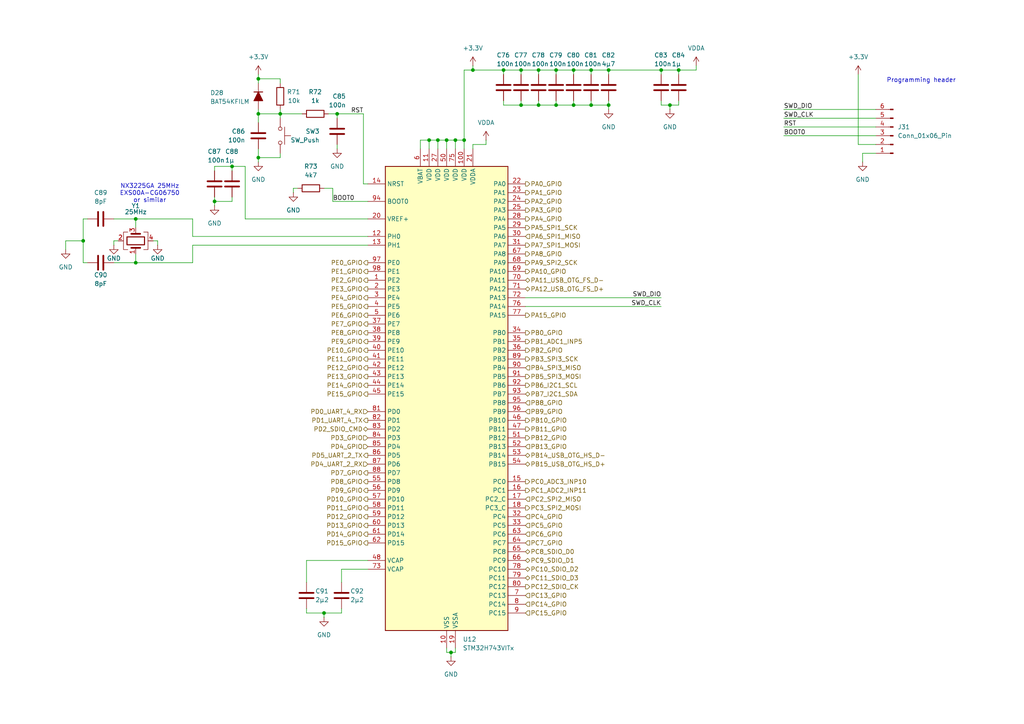
<source format=kicad_sch>
(kicad_sch (version 20250114) (generator "eeschema") (generator_version "9.0")
  (paper "A4")
  (title_block (title "Scorpion max V1") (rev "V1"))
  (lib_symbols
    (symbol "Connector:Conn_01x06_Pin" (pin_names (offset 1.016) (hide yes))
      (property "Reference" "J" (at 0 7.62 0))
      (property "Value" "Conn_01x06_Pin" (at 0 -10.16 0))
      (symbol "Conn_01x06_Pin_1_1"
        (rectangle (start 0.8636 5.207) (end 0 4.953) (stroke (width 0.1524)) (fill (type outline)))
        (rectangle (start 0.8636 2.667) (end 0 2.413) (stroke (width 0.1524)) (fill (type outline)))
        (rectangle (start 0.8636 0.127) (end 0 -0.127) (stroke (width 0.1524)) (fill (type outline)))
        (rectangle (start 0.8636 -2.413) (end 0 -2.667) (stroke (width 0.1524)) (fill (type outline)))
        (rectangle (start 0.8636 -4.953) (end 0 -5.207) (stroke (width 0.1524)) (fill (type outline)))
        (rectangle (start 0.8636 -7.493) (end 0 -7.747) (stroke (width 0.1524)) (fill (type outline)))
        (polyline (pts (xy 1.27 5.08) (xy 0.8636 5.08)) (stroke (width 0.1524)))
        (polyline (pts (xy 1.27 2.54) (xy 0.8636 2.54)) (stroke (width 0.1524)))
        (polyline (pts (xy 1.27 0) (xy 0.8636 0)) (stroke (width 0.1524)))
        (polyline (pts (xy 1.27 -2.54) (xy 0.8636 -2.54)) (stroke (width 0.1524)))
        (polyline (pts (xy 1.27 -5.08) (xy 0.8636 -5.08)) (stroke (width 0.1524)))
        (polyline (pts (xy 1.27 -7.62) (xy 0.8636 -7.62)) (stroke (width 0.1524)))
        (pin passive line (at 5.08 5.08 180) (length 3.81) (name "Pin_1") (number "1"))
        (pin passive line (at 5.08 2.54 180) (length 3.81) (name "Pin_2") (number "2"))
        (pin passive line (at 5.08 0 180) (length 3.81) (name "Pin_3") (number "3"))
        (pin passive line (at 5.08 -2.54 180) (length 3.81) (name "Pin_4") (number "4"))
        (pin passive line (at 5.08 -5.08 180) (length 3.81) (name "Pin_5") (number "5"))
        (pin passive line (at 5.08 -7.62 180) (length 3.81) (name "Pin_6") (number "6"))
      )
    )
    (symbol "Device:C" (pin_numbers (hide yes)) (pin_names (offset 0.254))
      (property "Reference" "C" (at 0.635 2.54 0))
      (property "Value" "C" (at 0.635 -2.54 0))
      (symbol "C_0_1"
        (polyline (pts (xy -2.032 0.762) (xy 2.032 0.762)) (stroke (width 0.508)))
        (polyline (pts (xy -2.032 -0.762) (xy 2.032 -0.762)) (stroke (width 0.508)))
      )
      (symbol "C_1_1"
        (pin passive line (at 0 3.81 270) (length 2.794) (name "~") (number "1"))
        (pin passive line (at 0 -3.81 90) (length 2.794) (name "~") (number "2"))
      )
    )
    (symbol "Device:Crystal_GND24" (pin_names (offset 1.016) (hide yes))
      (property "Reference" "Y" (at 3.175 5.08 0))
      (property "Value" "Crystal_GND24" (at 3.175 3.175 0))
      (symbol "Crystal_GND24_0_1"
        (polyline (pts (xy -2.54 2.286) (xy -2.54 3.556) (xy 2.54 3.556) (xy 2.54 2.286)))
        (polyline (pts (xy -2.54 0) (xy -2.032 0)))
        (polyline (pts (xy -2.54 -2.286) (xy -2.54 -3.556) (xy 2.54 -3.556) (xy 2.54 -2.286)))
        (polyline (pts (xy -2.032 -1.27) (xy -2.032 1.27)) (stroke (width 0.508)))
        (rectangle (start -1.143 2.54) (end 1.143 -2.54) (stroke (width 0.3048)))
        (polyline (pts (xy 0 3.556) (xy 0 3.81)))
        (polyline (pts (xy 0 -3.81) (xy 0 -3.556)))
        (polyline (pts (xy 2.032 0) (xy 2.54 0)))
        (polyline (pts (xy 2.032 -1.27) (xy 2.032 1.27)) (stroke (width 0.508)))
      )
      (symbol "Crystal_GND24_1_1"
        (pin passive line (at -3.81 0 0) (length 1.27) (name "1") (number "1"))
        (pin passive line (at 0 5.08 270) (length 1.27) (name "2") (number "2"))
        (pin passive line (at 0 -5.08 90) (length 1.27) (name "4") (number "4"))
        (pin passive line (at 3.81 0 180) (length 1.27) (name "3") (number "3"))
      )
    )
    (symbol "Device:D_Filled" (pin_numbers (hide yes)) (pin_names (offset 1.016) (hide yes))
      (property "Reference" "D" (at 0 2.54 0))
      (property "Value" "D_Filled" (at 0 -2.54 0))
      (symbol "D_Filled_0_1"
        (polyline (pts (xy -1.27 1.27) (xy -1.27 -1.27)) (stroke (width 0.254)))
        (polyline (pts (xy 1.27 1.27) (xy 1.27 -1.27) (xy -1.27 0) (xy 1.27 1.27)) (stroke (width 0.254)) (fill (type outline)))
        (polyline (pts (xy 1.27 0) (xy -1.27 0)))
      )
      (symbol "D_Filled_1_1"
        (pin passive line (at -3.81 0 0) (length 2.54) (name "K") (number "1"))
        (pin passive line (at 3.81 0 180) (length 2.54) (name "A") (number "2"))
      )
    )
    (symbol "Device:R" (pin_numbers (hide yes)) (pin_names (offset 0))
      (property "Reference" "R" (at 2.032 0 90))
      (property "Value" "R" (at 0 0 90))
      (symbol "R_0_1"
        (rectangle (start -1.016 -2.54) (end 1.016 2.54) (stroke (width 0.254)))
      )
      (symbol "R_1_1"
        (pin passive line (at 0 3.81 270) (length 1.27) (name "~") (number "1"))
        (pin passive line (at 0 -3.81 90) (length 1.27) (name "~") (number "2"))
      )
    )
    (symbol "MCU_ST_STM32H7:STM32H743VITx"
      (property "Reference" "U" (at -17.78 69.85 0))
      (property "Value" "STM32H743VITx" (at 10.16 69.85 0))
      (symbol "STM32H743VITx_0_1"
        (rectangle (start -17.78 -66.04) (end 17.78 68.58) (stroke (width 0.254)) (fill (type background)))
      )
      (symbol "STM32H743VITx_1_1"
        (pin input line (at -22.86 63.5 0) (length 5.08) (name "NRST") (number "14"))
        (pin input line (at -22.86 58.42 0) (length 5.08) (name "BOOT0") (number "94"))
        (pin input line (at -22.86 53.34 0) (length 5.08) (name "VREF+") (number "20"))
        (pin bidirectional line (at -22.86 48.26 0) (length 5.08) (name "PH0") (number "12"))
        (pin bidirectional line (at -22.86 45.72 0) (length 5.08) (name "PH1") (number "13"))
        (pin bidirectional line (at -22.86 40.64 0) (length 5.08) (name "PE0") (number "97"))
        (pin bidirectional line (at -22.86 38.1 0) (length 5.08) (name "PE1") (number "98"))
        (pin bidirectional line (at -22.86 35.56 0) (length 5.08) (name "PE2") (number "1"))
        (pin bidirectional line (at -22.86 33.02 0) (length 5.08) (name "PE3") (number "2"))
        (pin bidirectional line (at -22.86 30.48 0) (length 5.08) (name "PE4") (number "3"))
        (pin bidirectional line (at -22.86 27.94 0) (length 5.08) (name "PE5") (number "4"))
        (pin bidirectional line (at -22.86 25.4 0) (length 5.08) (name "PE6") (number "5"))
        (pin bidirectional line (at -22.86 22.86 0) (length 5.08) (name "PE7") (number "37"))
        (pin bidirectional line (at -22.86 20.32 0) (length 5.08) (name "PE8") (number "38"))
        (pin bidirectional line (at -22.86 17.78 0) (length 5.08) (name "PE9") (number "39"))
        (pin bidirectional line (at -22.86 15.24 0) (length 5.08) (name "PE10") (number "40"))
        (pin bidirectional line (at -22.86 12.7 0) (length 5.08) (name "PE11") (number "41"))
        (pin bidirectional line (at -22.86 10.16 0) (length 5.08) (name "PE12") (number "42"))
        (pin bidirectional line (at -22.86 7.62 0) (length 5.08) (name "PE13") (number "43"))
        (pin bidirectional line (at -22.86 5.08 0) (length 5.08) (name "PE14") (number "44"))
        (pin bidirectional line (at -22.86 2.54 0) (length 5.08) (name "PE15") (number "45"))
        (pin bidirectional line (at -22.86 -2.54 0) (length 5.08) (name "PD0") (number "81"))
        (pin bidirectional line (at -22.86 -5.08 0) (length 5.08) (name "PD1") (number "82"))
        (pin bidirectional line (at -22.86 -7.62 0) (length 5.08) (name "PD2") (number "83"))
        (pin bidirectional line (at -22.86 -10.16 0) (length 5.08) (name "PD3") (number "84"))
        (pin bidirectional line (at -22.86 -12.7 0) (length 5.08) (name "PD4") (number "85"))
        (pin bidirectional line (at -22.86 -15.24 0) (length 5.08) (name "PD5") (number "86"))
        (pin bidirectional line (at -22.86 -17.78 0) (length 5.08) (name "PD6") (number "87"))
        (pin bidirectional line (at -22.86 -20.32 0) (length 5.08) (name "PD7") (number "88"))
        (pin bidirectional line (at -22.86 -22.86 0) (length 5.08) (name "PD8") (number "55"))
        (pin bidirectional line (at -22.86 -25.4 0) (length 5.08) (name "PD9") (number "56"))
        (pin bidirectional line (at -22.86 -27.94 0) (length 5.08) (name "PD10") (number "57"))
        (pin bidirectional line (at -22.86 -30.48 0) (length 5.08) (name "PD11") (number "58"))
        (pin bidirectional line (at -22.86 -33.02 0) (length 5.08) (name "PD12") (number "59"))
        (pin bidirectional line (at -22.86 -35.56 0) (length 5.08) (name "PD13") (number "60"))
        (pin bidirectional line (at -22.86 -38.1 0) (length 5.08) (name "PD14") (number "61"))
        (pin bidirectional line (at -22.86 -40.64 0) (length 5.08) (name "PD15") (number "62"))
        (pin power_out line (at -22.86 -45.72 0) (length 5.08) (name "VCAP") (number "48"))
        (pin power_out line (at -22.86 -48.26 0) (length 5.08) (name "VCAP") (number "73"))
        (pin power_in line (at -7.62 73.66 270) (length 5.08) (name "VBAT") (number "6"))
        (pin power_in line (at -5.08 73.66 270) (length 5.08) (name "VDD") (number "11"))
        (pin power_in line (at -2.54 73.66 270) (length 5.08) (name "VDD") (number "27"))
        (pin power_in line (at 0 73.66 270) (length 5.08) (name "VDD") (number "50"))
        (pin power_in line (at 0 -71.12 90) (length 5.08) (name "VSS") (number "10"))
        (pin passive line (at 0 -71.12 90) (length 5.08) (hide yes) (name "VSS") (number "26"))
        (pin passive line (at 0 -71.12 90) (length 5.08) (hide yes) (name "VSS") (number "49"))
        (pin passive line (at 0 -71.12 90) (length 5.08) (hide yes) (name "VSS") (number "74"))
        (pin passive line (at 0 -71.12 90) (length 5.08) (hide yes) (name "VSS") (number "99"))
        (pin power_in line (at 2.54 73.66 270) (length 5.08) (name "VDD") (number "75"))
        (pin power_in line (at 2.54 -71.12 90) (length 5.08) (name "VSSA") (number "19"))
        (pin power_in line (at 5.08 73.66 270) (length 5.08) (name "VDD") (number "100"))
        (pin power_in line (at 7.62 73.66 270) (length 5.08) (name "VDDA") (number "21"))
        (pin bidirectional line (at 22.86 63.5 180) (length 5.08) (name "PA0") (number "22"))
        (pin bidirectional line (at 22.86 60.96 180) (length 5.08) (name "PA1") (number "23"))
        (pin bidirectional line (at 22.86 58.42 180) (length 5.08) (name "PA2") (number "24"))
        (pin bidirectional line (at 22.86 55.88 180) (length 5.08) (name "PA3") (number "25"))
        (pin bidirectional line (at 22.86 53.34 180) (length 5.08) (name "PA4") (number "28"))
        (pin bidirectional line (at 22.86 50.8 180) (length 5.08) (name "PA5") (number "29"))
        (pin bidirectional line (at 22.86 48.26 180) (length 5.08) (name "PA6") (number "30"))
        (pin bidirectional line (at 22.86 45.72 180) (length 5.08) (name "PA7") (number "31"))
        (pin bidirectional line (at 22.86 43.18 180) (length 5.08) (name "PA8") (number "67"))
        (pin bidirectional line (at 22.86 40.64 180) (length 5.08) (name "PA9") (number "68"))
        (pin bidirectional line (at 22.86 38.1 180) (length 5.08) (name "PA10") (number "69"))
        (pin bidirectional line (at 22.86 35.56 180) (length 5.08) (name "PA11") (number "70"))
        (pin bidirectional line (at 22.86 33.02 180) (length 5.08) (name "PA12") (number "71"))
        (pin bidirectional line (at 22.86 30.48 180) (length 5.08) (name "PA13") (number "72"))
        (pin bidirectional line (at 22.86 27.94 180) (length 5.08) (name "PA14") (number "76"))
        (pin bidirectional line (at 22.86 25.4 180) (length 5.08) (name "PA15") (number "77"))
        (pin bidirectional line (at 22.86 20.32 180) (length 5.08) (name "PB0") (number "34"))
        (pin bidirectional line (at 22.86 17.78 180) (length 5.08) (name "PB1") (number "35"))
        (pin bidirectional line (at 22.86 15.24 180) (length 5.08) (name "PB2") (number "36"))
        (pin bidirectional line (at 22.86 12.7 180) (length 5.08) (name "PB3") (number "89"))
        (pin bidirectional line (at 22.86 10.16 180) (length 5.08) (name "PB4") (number "90"))
        (pin bidirectional line (at 22.86 7.62 180) (length 5.08) (name "PB5") (number "91"))
        (pin bidirectional line (at 22.86 5.08 180) (length 5.08) (name "PB6") (number "92"))
        (pin bidirectional line (at 22.86 2.54 180) (length 5.08) (name "PB7") (number "93"))
        (pin bidirectional line (at 22.86 0 180) (length 5.08) (name "PB8") (number "95"))
        (pin bidirectional line (at 22.86 -2.54 180) (length 5.08) (name "PB9") (number "96"))
        (pin bidirectional line (at 22.86 -5.08 180) (length 5.08) (name "PB10") (number "46"))
        (pin bidirectional line (at 22.86 -7.62 180) (length 5.08) (name "PB11") (number "47"))
        (pin bidirectional line (at 22.86 -10.16 180) (length 5.08) (name "PB12") (number "51"))
        (pin bidirectional line (at 22.86 -12.7 180) (length 5.08) (name "PB13") (number "52"))
        (pin bidirectional line (at 22.86 -15.24 180) (length 5.08) (name "PB14") (number "53"))
        (pin bidirectional line (at 22.86 -17.78 180) (length 5.08) (name "PB15") (number "54"))
        (pin bidirectional line (at 22.86 -22.86 180) (length 5.08) (name "PC0") (number "15"))
        (pin bidirectional line (at 22.86 -25.4 180) (length 5.08) (name "PC1") (number "16"))
        (pin bidirectional line (at 22.86 -27.94 180) (length 5.08) (name "PC2_C") (number "17"))
        (pin bidirectional line (at 22.86 -30.48 180) (length 5.08) (name "PC3_C") (number "18"))
        (pin bidirectional line (at 22.86 -33.02 180) (length 5.08) (name "PC4") (number "32"))
        (pin bidirectional line (at 22.86 -35.56 180) (length 5.08) (name "PC5") (number "33"))
        (pin bidirectional line (at 22.86 -38.1 180) (length 5.08) (name "PC6") (number "63"))
        (pin bidirectional line (at 22.86 -40.64 180) (length 5.08) (name "PC7") (number "64"))
        (pin bidirectional line (at 22.86 -43.18 180) (length 5.08) (name "PC8") (number "65"))
        (pin bidirectional line (at 22.86 -45.72 180) (length 5.08) (name "PC9") (number "66"))
        (pin bidirectional line (at 22.86 -48.26 180) (length 5.08) (name "PC10") (number "78"))
        (pin bidirectional line (at 22.86 -50.8 180) (length 5.08) (name "PC11") (number "79"))
        (pin bidirectional line (at 22.86 -53.34 180) (length 5.08) (name "PC12") (number "80"))
        (pin bidirectional line (at 22.86 -55.88 180) (length 5.08) (name "PC13") (number "7"))
        (pin bidirectional line (at 22.86 -58.42 180) (length 5.08) (name "PC14") (number "8"))
        (pin bidirectional line (at 22.86 -60.96 180) (length 5.08) (name "PC15") (number "9"))
      )
    )
    (symbol "Switch:SW_Push" (pin_numbers (hide yes)) (pin_names (offset 1.016) (hide yes))
      (property "Reference" "SW" (at 1.27 2.54 0))
      (property "Value" "SW_Push" (at 0 -1.524 0))
      (symbol "SW_Push_0_1"
        (circle (center -2.032 0) (radius 0.508))
        (polyline (pts (xy 0 1.27) (xy 0 3.048)))
        (circle (center 2.032 0) (radius 0.508))
        (polyline (pts (xy 2.54 1.27) (xy -2.54 1.27)))
        (pin passive line (at -5.08 0 0) (length 2.54) (name "1") (number "1"))
        (pin passive line (at 5.08 0 180) (length 2.54) (name "2") (number "2"))
      )
    )
    (symbol "power:+3.3V" (power) (pin_numbers (hide yes)) (pin_names (offset 0) (hide yes))
      (property "Value" "+3.3V" (at 0 3.556 0))
      (symbol "+3.3V_0_1"
        (polyline (pts (xy -0.762 1.27) (xy 0 2.54)))
        (polyline (pts (xy 0 2.54) (xy 0.762 1.27)))
        (polyline (pts (xy 0 0) (xy 0 2.54)))
      )
      (symbol "+3.3V_1_1"
        (pin power_in line (at 0 0 90) (length 0) (name "~") (number "1"))
      )
    )
    (symbol "power:GND" (power) (pin_numbers (hide yes)) (pin_names (offset 0) (hide yes))
      (property "Value" "GND" (at 0 -3.81 0))
      (symbol "GND_0_1"
        (polyline (pts (xy 0 0) (xy 0 -1.27) (xy 1.27 -1.27) (xy 0 -2.54) (xy -1.27 -1.27) (xy 0 -1.27)))
      )
      (symbol "GND_1_1"
        (pin power_in line (at 0 0 270) (length 0) (name "~") (number "1"))
      )
    )
    (symbol "power:VDDA" (power) (pin_numbers (hide yes)) (pin_names (offset 0) (hide yes))
      (property "Value" "VDDA" (at 0 3.556 0))
      (symbol "VDDA_0_1"
        (polyline (pts (xy -0.762 1.27) (xy 0 2.54)))
        (polyline (pts (xy 0 2.54) (xy 0.762 1.27)))
        (polyline (pts (xy 0 0) (xy 0 2.54)))
      )
      (symbol "VDDA_1_1"
        (pin power_in line (at 0 0 90) (length 0) (name "~") (number "1"))
      )
    )
  )
  (text "Programming header\n" (at 267.208 23.368 0) (effects (font (size 1.27 1.27))))
  (text "NX3225GA 25MHz\nEXS00A-CG06750\nor similar" (at 43.434 56.134 0) (effects (font (size 1.27 1.27))))
  (junction (at 151.13 20.32))
  (junction (at 196.85 20.32))
  (junction (at 81.28 33.02))
  (junction (at 137.16 20.32))
  (junction (at 74.93 33.02))
  (junction (at 171.45 30.48))
  (junction (at 127 40.64))
  (junction (at 151.13 30.48))
  (junction (at 74.93 22.86))
  (junction (at 134.62 40.64))
  (junction (at 93.98 177.8))
  (junction (at 130.81 189.23))
  (junction (at 176.53 20.32))
  (junction (at 156.21 20.32))
  (junction (at 97.79 33.02))
  (junction (at 39.37 63.5))
  (junction (at 161.29 30.48))
  (junction (at 156.21 30.48))
  (junction (at 132.08 40.64))
  (junction (at 146.05 20.32))
  (junction (at 129.54 40.64))
  (junction (at 191.77 20.32))
  (junction (at 124.46 40.64))
  (junction (at 74.93 45.72))
  (junction (at 166.37 30.48))
  (junction (at 24.13 69.85))
  (junction (at 166.37 20.32))
  (junction (at 176.53 30.48))
  (junction (at 194.31 30.48))
  (junction (at 171.45 20.32))
  (junction (at 161.29 20.32))
  (junction (at 39.37 76.2))
  (junction (at 62.23 58.42))
  (junction (at 67.31 48.26))
  (wire (pts (xy 105.41 33.02) (xy 105.41 53.34)))
  (wire (pts (xy 67.31 48.26) (xy 67.31 49.53)))
  (wire (pts (xy 106.68 165.1) (xy 99.06 165.1)))
  (wire (pts (xy 96.52 54.61) (xy 96.52 58.42)))
  (wire (pts (xy 196.85 20.32) (xy 196.85 21.59)))
  (wire (pts (xy 201.93 20.32) (xy 201.93 19.05)))
  (wire (pts (xy 24.13 76.2) (xy 25.4 76.2)))
  (wire (pts (xy 74.93 46.99) (xy 74.93 45.72)))
  (wire (pts (xy 134.62 40.64) (xy 134.62 43.18)))
  (wire (pts (xy 39.37 63.5) (xy 55.88 63.5)))
  (wire (pts (xy 129.54 187.96) (xy 129.54 189.23)))
  (wire (pts (xy 71.12 63.5) (xy 106.68 63.5)))
  (wire (pts (xy 161.29 30.48) (xy 166.37 30.48)))
  (wire (pts (xy 146.05 20.32) (xy 146.05 21.59)))
  (wire (pts (xy 151.13 20.32) (xy 151.13 21.59)))
  (wire (pts (xy 99.06 165.1) (xy 99.06 168.91)))
  (wire (pts (xy 24.13 69.85) (xy 24.13 76.2)))
  (wire (pts (xy 176.53 30.48) (xy 176.53 31.75)))
  (wire (pts (xy 44.45 69.85) (xy 45.72 69.85)))
  (wire (pts (xy 171.45 30.48) (xy 176.53 30.48)))
  (wire (pts (xy 132.08 40.64) (xy 132.08 43.18)))
  (wire (pts (xy 166.37 30.48) (xy 171.45 30.48)))
  (wire (pts (xy 33.02 69.85) (xy 34.29 69.85)))
  (wire (pts (xy 137.16 19.05) (xy 137.16 20.32)))
  (wire (pts (xy 97.79 33.02) (xy 95.25 33.02)))
  (wire (pts (xy 93.98 177.8) (xy 99.06 177.8)))
  (wire (pts (xy 88.9 176.53) (xy 88.9 177.8)))
  (wire (pts (xy 194.31 30.48) (xy 194.31 31.75)))
  (wire (pts (xy 81.28 31.75) (xy 81.28 33.02)))
  (wire (pts (xy 176.53 20.32) (xy 176.53 21.59)))
  (wire (pts (xy 39.37 63.5) (xy 39.37 66.04)))
  (wire (pts (xy 88.9 168.91) (xy 88.9 162.56)))
  (wire (pts (xy 97.79 43.18) (xy 97.79 41.91)))
  (wire (pts (xy 134.62 20.32) (xy 137.16 20.32)))
  (wire (pts (xy 99.06 176.53) (xy 99.06 177.8)))
  (wire (pts (xy 55.88 68.58) (xy 106.68 68.58)))
  (wire (pts (xy 81.28 33.02) (xy 87.63 33.02)))
  (wire (pts (xy 151.13 30.48) (xy 156.21 30.48)))
  (wire (pts (xy 105.41 53.34) (xy 106.68 53.34)))
  (wire (pts (xy 191.77 20.32) (xy 191.77 21.59)))
  (wire (pts (xy 67.31 57.15) (xy 67.31 58.42)))
  (wire (pts (xy 39.37 76.2) (xy 55.88 76.2)))
  (wire (pts (xy 86.36 54.61) (xy 85.09 54.61)))
  (wire (pts (xy 227.33 31.75) (xy 254 31.75)))
  (wire (pts (xy 191.77 20.32) (xy 196.85 20.32)))
  (wire (pts (xy 88.9 177.8) (xy 93.98 177.8)))
  (wire (pts (xy 45.72 71.12) (xy 45.72 69.85)))
  (wire (pts (xy 130.81 189.23) (xy 130.81 190.5)))
  (wire (pts (xy 137.16 20.32) (xy 146.05 20.32)))
  (wire (pts (xy 97.79 34.29) (xy 97.79 33.02)))
  (wire (pts (xy 97.79 33.02) (xy 105.41 33.02)))
  (wire (pts (xy 62.23 48.26) (xy 67.31 48.26)))
  (wire (pts (xy 129.54 189.23) (xy 130.81 189.23)))
  (wire (pts (xy 248.92 21.59) (xy 248.92 41.91)))
  (wire (pts (xy 93.98 179.07) (xy 93.98 177.8)))
  (wire (pts (xy 19.05 69.85) (xy 24.13 69.85)))
  (wire (pts (xy 33.02 63.5) (xy 39.37 63.5)))
  (wire (pts (xy 191.77 30.48) (xy 194.31 30.48)))
  (wire (pts (xy 33.02 76.2) (xy 39.37 76.2)))
  (wire (pts (xy 132.08 189.23) (xy 132.08 187.96)))
  (wire (pts (xy 71.12 48.26) (xy 71.12 63.5)))
  (wire (pts (xy 140.97 41.91) (xy 137.16 41.91)))
  (wire (pts (xy 146.05 30.48) (xy 151.13 30.48)))
  (wire (pts (xy 196.85 20.32) (xy 201.93 20.32)))
  (wire (pts (xy 130.81 189.23) (xy 132.08 189.23)))
  (wire (pts (xy 124.46 40.64) (xy 127 40.64)))
  (wire (pts (xy 227.33 36.83) (xy 254 36.83)))
  (wire (pts (xy 156.21 30.48) (xy 161.29 30.48)))
  (wire (pts (xy 161.29 20.32) (xy 166.37 20.32)))
  (wire (pts (xy 137.16 41.91) (xy 137.16 43.18)))
  (wire (pts (xy 121.92 40.64) (xy 121.92 43.18)))
  (wire (pts (xy 134.62 40.64) (xy 132.08 40.64)))
  (wire (pts (xy 171.45 20.32) (xy 171.45 21.59)))
  (wire (pts (xy 250.19 44.45) (xy 250.19 46.99)))
  (wire (pts (xy 55.88 71.12) (xy 106.68 71.12)))
  (wire (pts (xy 81.28 44.45) (xy 81.28 45.72)))
  (wire (pts (xy 161.29 20.32) (xy 161.29 21.59)))
  (wire (pts (xy 55.88 63.5) (xy 55.88 68.58)))
  (wire (pts (xy 156.21 20.32) (xy 161.29 20.32)))
  (wire (pts (xy 152.4 86.36) (xy 191.77 86.36)))
  (wire (pts (xy 74.93 22.86) (xy 81.28 22.86)))
  (wire (pts (xy 161.29 30.48) (xy 161.29 29.21)))
  (wire (pts (xy 127 40.64) (xy 127 43.18)))
  (wire (pts (xy 151.13 30.48) (xy 151.13 29.21)))
  (wire (pts (xy 39.37 73.66) (xy 39.37 76.2)))
  (wire (pts (xy 129.54 40.64) (xy 132.08 40.64)))
  (wire (pts (xy 176.53 20.32) (xy 191.77 20.32)))
  (wire (pts (xy 156.21 30.48) (xy 156.21 29.21)))
  (wire (pts (xy 81.28 33.02) (xy 74.93 33.02)))
  (wire (pts (xy 248.92 41.91) (xy 254 41.91)))
  (wire (pts (xy 152.4 88.9) (xy 191.77 88.9)))
  (wire (pts (xy 250.19 44.45) (xy 254 44.45)))
  (wire (pts (xy 146.05 29.21) (xy 146.05 30.48)))
  (wire (pts (xy 124.46 40.64) (xy 124.46 43.18)))
  (wire (pts (xy 19.05 72.39) (xy 19.05 69.85)))
  (wire (pts (xy 88.9 162.56) (xy 106.68 162.56)))
  (wire (pts (xy 166.37 20.32) (xy 171.45 20.32)))
  (wire (pts (xy 74.93 45.72) (xy 74.93 43.18)))
  (wire (pts (xy 227.33 34.29) (xy 254 34.29)))
  (wire (pts (xy 62.23 48.26) (xy 62.23 49.53)))
  (wire (pts (xy 191.77 30.48) (xy 191.77 29.21)))
  (wire (pts (xy 81.28 22.86) (xy 81.28 24.13)))
  (wire (pts (xy 151.13 20.32) (xy 156.21 20.32)))
  (wire (pts (xy 121.92 40.64) (xy 124.46 40.64)))
  (wire (pts (xy 24.13 63.5) (xy 24.13 69.85)))
  (wire (pts (xy 140.97 40.64) (xy 140.97 41.91)))
  (wire (pts (xy 96.52 58.42) (xy 106.68 58.42)))
  (wire (pts (xy 25.4 63.5) (xy 24.13 63.5)))
  (wire (pts (xy 127 40.64) (xy 129.54 40.64)))
  (wire (pts (xy 74.93 35.56) (xy 74.93 33.02)))
  (wire (pts (xy 166.37 30.48) (xy 166.37 29.21)))
  (wire (pts (xy 134.62 20.32) (xy 134.62 40.64)))
  (wire (pts (xy 62.23 58.42) (xy 62.23 57.15)))
  (wire (pts (xy 62.23 58.42) (xy 62.23 59.69)))
  (wire (pts (xy 129.54 40.64) (xy 129.54 43.18)))
  (wire (pts (xy 74.93 21.59) (xy 74.93 22.86)))
  (wire (pts (xy 62.23 58.42) (xy 67.31 58.42)))
  (wire (pts (xy 171.45 20.32) (xy 176.53 20.32)))
  (wire (pts (xy 146.05 20.32) (xy 151.13 20.32)))
  (wire (pts (xy 196.85 29.21) (xy 196.85 30.48)))
  (wire (pts (xy 81.28 33.02) (xy 81.28 34.29)))
  (wire (pts (xy 67.31 48.26) (xy 71.12 48.26)))
  (wire (pts (xy 74.93 33.02) (xy 74.93 31.75)))
  (wire (pts (xy 171.45 30.48) (xy 171.45 29.21)))
  (wire (pts (xy 74.93 24.13) (xy 74.93 22.86)))
  (wire (pts (xy 81.28 45.72) (xy 74.93 45.72)))
  (wire (pts (xy 55.88 71.12) (xy 55.88 76.2)))
  (wire (pts (xy 227.33 39.37) (xy 254 39.37)))
  (wire (pts (xy 176.53 29.21) (xy 176.53 30.48)))
  (wire (pts (xy 85.09 54.61) (xy 85.09 55.88)))
  (wire (pts (xy 33.02 71.12) (xy 33.02 69.85)))
  (wire (pts (xy 93.98 54.61) (xy 96.52 54.61)))
  (wire (pts (xy 156.21 20.32) (xy 156.21 21.59)))
  (wire (pts (xy 166.37 20.32) (xy 166.37 21.59)))
  (wire (pts (xy 194.31 30.48) (xy 196.85 30.48)))
  (label "BOOT0" (at 227.33 39.37 0))
  (label "SWD_DIO" (at 191.77 86.36 180))
  (label "SWD_CLK" (at 191.77 88.9 180))
  (label "SWD_DIO" (at 227.33 31.75 0))
  (label "SWD_CLK" (at 227.33 34.29 0))
  (label "RST" (at 227.33 36.83 0))
  (label "BOOT0" (at 96.52 58.42 0))
  (label "RST" (at 105.41 33.02 180))
  (hierarchical_label "PE13_GPIO" (shape output) (at 106.68 109.22 180))
  (hierarchical_label "PE8_GPIO" (shape output) (at 106.68 96.52 180))
  (hierarchical_label "PD8_GPIO" (shape output) (at 106.68 139.7 180))
  (hierarchical_label "PB15_USB_OTG_HS_D+" (shape bidirectional) (at 152.4 134.62 0))
  (hierarchical_label "PB5_SPI3_MOSI" (shape output) (at 152.4 109.22 0))
  (hierarchical_label "PC5_GPIO" (shape input) (at 152.4 152.4 0))
  (hierarchical_label "PA6_SPI1_MISO" (shape input) (at 152.4 68.58 0))
  (hierarchical_label "PB4_SPI3_MISO" (shape input) (at 152.4 106.68 0))
  (hierarchical_label "PD5_UART_2_TX" (shape output) (at 106.68 132.08 180))
  (hierarchical_label "PC11_SDIO_D3" (shape bidirectional) (at 152.4 167.64 0))
  (hierarchical_label "PC7_GPIO" (shape input) (at 152.4 157.48 0))
  (hierarchical_label "PD10_GPIO" (shape output) (at 106.68 144.78 180))
  (hierarchical_label "PA12_USB_OTG_FS_D+" (shape bidirectional) (at 152.4 83.82 0))
  (hierarchical_label "PE3_GPIO" (shape output) (at 106.68 83.82 180))
  (hierarchical_label "PE12_GPIO" (shape output) (at 106.68 106.68 180))
  (hierarchical_label "PA15_GPIO" (shape output) (at 152.4 91.44 0))
  (hierarchical_label "PB1_ADC1_INP5" (shape output) (at 152.4 99.06 0))
  (hierarchical_label "PB6_I2C1_SCL" (shape output) (at 152.4 111.76 0))
  (hierarchical_label "PE14_GPIO" (shape output) (at 106.68 111.76 180))
  (hierarchical_label "PC2_SPI2_MISO" (shape input) (at 152.4 144.78 0))
  (hierarchical_label "PD9_GPIO" (shape output) (at 106.68 142.24 180))
  (hierarchical_label "PB2_GPIO" (shape output) (at 152.4 101.6 0))
  (hierarchical_label "PD13_GPIO" (shape output) (at 106.68 152.4 180))
  (hierarchical_label "PB10_GPIO" (shape output) (at 152.4 121.92 0))
  (hierarchical_label "PE9_GPIO" (shape output) (at 106.68 99.06 180))
  (hierarchical_label "PC15_GPIO" (shape input) (at 152.4 177.8 0))
  (hierarchical_label "PB9_GPIO" (shape input) (at 152.4 119.38 0))
  (hierarchical_label "PC13_GPIO" (shape input) (at 152.4 172.72 0))
  (hierarchical_label "PD4_UART_2_RX" (shape input) (at 106.68 134.62 180))
  (hierarchical_label "PD0_UART_4_RX" (shape input) (at 106.68 119.38 180))
  (hierarchical_label "PC12_SDIO_CK" (shape output) (at 152.4 170.18 0))
  (hierarchical_label "PD7_GPIO" (shape output) (at 106.68 137.16 180))
  (hierarchical_label "PC8_SDIO_D0" (shape bidirectional) (at 152.4 160.02 0))
  (hierarchical_label "PB11_GPIO" (shape output) (at 152.4 124.46 0))
  (hierarchical_label "PD3_GPIO" (shape input) (at 106.68 127 180))
  (hierarchical_label "PE0_GPIO" (shape output) (at 106.68 76.2 180))
  (hierarchical_label "PB12_GPIO" (shape output) (at 152.4 127 0))
  (hierarchical_label "PB0_GPIO" (shape output) (at 152.4 96.52 0))
  (hierarchical_label "PD15_GPIO" (shape output) (at 106.68 157.48 180))
  (hierarchical_label "PD4_GPIO" (shape input) (at 106.68 129.54 180))
  (hierarchical_label "PE11_GPIO" (shape output) (at 106.68 104.14 180))
  (hierarchical_label "PD2_SDIO_CMD" (shape bidirectional) (at 106.68 124.46 180))
  (hierarchical_label "PA11_USB_OTG_FS_D-" (shape bidirectional) (at 152.4 81.28 0))
  (hierarchical_label "PA8_GPIO" (shape output) (at 152.4 73.66 0))
  (hierarchical_label "PA4_GPIO" (shape output) (at 152.4 63.5 0))
  (hierarchical_label "PD11_GPIO" (shape output) (at 106.68 147.32 180))
  (hierarchical_label "PE2_GPIO" (shape output) (at 106.68 81.28 180))
  (hierarchical_label "PE15_GPIO" (shape output) (at 106.68 114.3 180))
  (hierarchical_label "PC10_SDIO_D2" (shape bidirectional) (at 152.4 165.1 0))
  (hierarchical_label "PA7_SPI1_MOSI" (shape output) (at 152.4 71.12 0))
  (hierarchical_label "PA10_GPIO" (shape output) (at 152.4 78.74 0))
  (hierarchical_label "PC6_GPIO" (shape input) (at 152.4 154.94 0))
  (hierarchical_label "PE5_GPIO" (shape output) (at 106.68 88.9 180))
  (hierarchical_label "PC3_SPI2_MOSI" (shape output) (at 152.4 147.32 0))
  (hierarchical_label "PB8_GPIO" (shape input) (at 152.4 116.84 0))
  (hierarchical_label "PE7_GPIO" (shape output) (at 106.68 93.98 180))
  (hierarchical_label "PB13_GPIO" (shape input) (at 152.4 129.54 0))
  (hierarchical_label "PB14_USB_OTG_HS_D-" (shape bidirectional) (at 152.4 132.08 0))
  (hierarchical_label "PA0_GPIO" (shape output) (at 152.4 53.34 0))
  (hierarchical_label "PA9_SPI2_SCK" (shape output) (at 152.4 76.2 0))
  (hierarchical_label "PD14_GPIO" (shape output) (at 106.68 154.94 180))
  (hierarchical_label "PC9_SDIO_D1" (shape bidirectional) (at 152.4 162.56 0))
  (hierarchical_label "PC14_GPIO" (shape input) (at 152.4 175.26 0))
  (hierarchical_label "PE4_GPIO" (shape output) (at 106.68 86.36 180))
  (hierarchical_label "PD1_UART_4_TX" (shape output) (at 106.68 121.92 180))
  (hierarchical_label "PE1_GPIO" (shape output) (at 106.68 78.74 180))
  (hierarchical_label "PA2_GPIO" (shape output) (at 152.4 58.42 0))
  (hierarchical_label "PA1_GPIO" (shape output) (at 152.4 55.88 0))
  (hierarchical_label "PD12_GPIO" (shape output) (at 106.68 149.86 180))
  (hierarchical_label "PC4_GPIO" (shape input) (at 152.4 149.86 0))
  (hierarchical_label "PE6_GPIO" (shape output) (at 106.68 91.44 180))
  (hierarchical_label "PA3_GPIO" (shape output) (at 152.4 60.96 0))
  (hierarchical_label "PE10_GPIO" (shape output) (at 106.68 101.6 180))
  (hierarchical_label "PB3_SPI3_SCK" (shape output) (at 152.4 104.14 0))
  (hierarchical_label "PB7_I2C1_SDA" (shape bidirectional) (at 152.4 114.3 0))
  (hierarchical_label "PC0_ADC3_INP10" (shape output) (at 152.4 139.7 0))
  (hierarchical_label "PA5_SPI1_SCK" (shape output) (at 152.4 66.04 0))
  (hierarchical_label "PC1_ADC2_INP11" (shape output) (at 152.4 142.24 0))
  (symbol (lib_id "power:GND") (at 176.53 31.75 0) (unit 1)
    (property "Reference" "#PWR0163" (effects (hide yes)))
    (property "Value" "GND" (at 176.53 36.83 0))
    (property "Description" "Power symbol creates a global label with name \"GND\" , ground" (effects (hide yes)))
  )
  (symbol (lib_id "power:+3.3V") (at 74.93 21.59 0) (mirror y) (unit 1)
    (property "Reference" "#PWR0161" (effects (hide yes)))
    (property "Value" "+3.3V" (at 74.93 16.51 0))
    (property "Description" "Power symbol creates a global label with name \"+3.3V\"" (effects (hide yes)))
  )
  (symbol (lib_id "Device:D_Filled") (at 74.93 27.94 90) (mirror x) (unit 1)
    (property "Reference" "D28" (at 60.96 26.924 90) (effects (justify right)))
    (property "Value" "BAT54KFILM" (at 60.96 29.464 90) (effects (justify right)))
    (property "Footprint" "Diode_SMD:D_SOD-523" (effects (hide yes)))
    (property "Description" "Diode, filled shape" (effects (hide yes)))
    (property "Sim.Device" "D" (effects (hide yes)))
    (property "Sim.Pins" "1=K 2=A" (effects (hide yes)))
  )
  (symbol (lib_id "Device:R") (at 90.17 54.61 90) (unit 1)
    (property "Reference" "R73" (at 90.17 48.26 90))
    (property "Value" "4k7" (at 90.17 50.8 90))
    (property "Footprint" "Resistor_SMD:R_0603_1608Metric" (effects (hide yes)))
    (property "Description" "Resistor" (effects (hide yes)))
  )
  (symbol (lib_id "power:GND") (at 74.93 46.99 0) (mirror y) (unit 1)
    (property "Reference" "#PWR0167" (effects (hide yes)))
    (property "Value" "GND" (at 74.93 52.07 0))
    (property "Description" "Power symbol creates a global label with name \"GND\" , ground" (effects (hide yes)))
  )
  (symbol (lib_id "power:GND") (at 250.19 46.99 0) (unit 1)
    (property "Reference" "#PWR0168" (effects (hide yes)))
    (property "Value" "GND" (at 250.19 52.07 0))
    (property "Description" "Power symbol creates a global label with name \"GND\" , ground" (effects (hide yes)))
  )
  (symbol (lib_id "Device:C") (at 166.37 25.4 0) (unit 1)
    (property "Reference" "C80" (at 164.338 16.002 0) (effects (justify left)))
    (property "Value" "100n" (at 164.338 18.542 0) (effects (justify left)))
    (property "Footprint" "Capacitor_SMD:C_0603_1608Metric" (effects (hide yes)))
    (property "Description" "Unpolarized capacitor" (effects (hide yes)))
  )
  (symbol (lib_id "power:GND") (at 194.31 31.75 0) (unit 1)
    (property "Reference" "#PWR0164" (effects (hide yes)))
    (property "Value" "GND" (at 194.31 36.83 0))
    (property "Description" "Power symbol creates a global label with name \"GND\" , ground" (effects (hide yes)))
  )
  (symbol (lib_id "Device:C") (at 62.23 53.34 0) (unit 1)
    (property "Reference" "C87" (at 60.198 43.942 0) (effects (justify left)))
    (property "Value" "100n" (at 60.198 46.482 0) (effects (justify left)))
    (property "Footprint" "Capacitor_SMD:C_0603_1608Metric" (effects (hide yes)))
    (property "Description" "Unpolarized capacitor" (effects (hide yes)))
  )
  (symbol (lib_id "Device:C") (at 29.21 63.5 90) (unit 1)
    (property "Reference" "C89" (at 29.21 55.88 90))
    (property "Value" "8pF" (at 29.21 58.42 90))
    (property "Footprint" "Capacitor_SMD:C_0603_1608Metric" (effects (hide yes)))
    (property "Description" "Unpolarized capacitor" (effects (hide yes)))
  )
  (symbol (lib_id "Device:C") (at 146.05 25.4 0) (unit 1)
    (property "Reference" "C76" (at 144.018 16.002 0) (effects (justify left)))
    (property "Value" "100n" (at 144.018 18.542 0) (effects (justify left)))
    (property "Footprint" "Capacitor_SMD:C_0603_1608Metric" (effects (hide yes)))
    (property "Description" "Unpolarized capacitor" (effects (hide yes)))
  )
  (symbol (lib_id "Device:C") (at 97.79 38.1 0) (mirror y) (unit 1)
    (property "Reference" "C85" (at 100.33 27.94 0) (effects (justify left)))
    (property "Value" "100n" (at 100.33 30.48 0) (effects (justify left)))
    (property "Footprint" "Capacitor_SMD:C_0603_1608Metric" (effects (hide yes)))
    (property "Description" "Unpolarized capacitor" (effects (hide yes)))
  )
  (symbol (lib_id "Device:C") (at 196.85 25.4 0) (unit 1)
    (property "Reference" "C84" (at 194.818 16.002 0) (effects (justify left)))
    (property "Value" "1μ" (at 194.818 18.542 0) (effects (justify left)))
    (property "Footprint" "Capacitor_SMD:C_0603_1608Metric" (effects (hide yes)))
    (property "Description" "Unpolarized capacitor" (effects (hide yes)))
  )
  (symbol (lib_id "power:VDDA") (at 140.97 40.64 0) (unit 1)
    (property "Reference" "#PWR0165" (effects (hide yes)))
    (property "Value" "VDDA" (at 140.97 35.56 0))
    (property "Description" "Power symbol creates a global label with name \"VDDA\"" (effects (hide yes)))
  )
  (symbol (lib_id "Device:C") (at 161.29 25.4 0) (unit 1)
    (property "Reference" "C79" (at 159.258 16.002 0) (effects (justify left)))
    (property "Value" "100n" (at 159.258 18.542 0) (effects (justify left)))
    (property "Footprint" "Capacitor_SMD:C_0603_1608Metric" (effects (hide yes)))
    (property "Description" "Unpolarized capacitor" (effects (hide yes)))
  )
  (symbol (lib_id "Device:C") (at 88.9 172.72 0) (unit 1)
    (property "Reference" "C91" (at 91.44 171.45 0) (effects (justify left)))
    (property "Value" "2μ2" (at 91.44 173.99 0) (effects (justify left)))
    (property "Footprint" "Capacitor_SMD:C_0603_1608Metric" (effects (hide yes)))
    (property "Description" "Unpolarized capacitor" (effects (hide yes)))
  )
  (symbol (lib_id "power:+3.3V") (at 137.16 19.05 0) (unit 1)
    (property "Reference" "#PWR0159" (effects (hide yes)))
    (property "Value" "+3.3V" (at 137.16 13.97 0))
    (property "Description" "Power symbol creates a global label with name \"+3.3V\"" (effects (hide yes)))
  )
  (symbol (lib_id "Device:C") (at 151.13 25.4 0) (unit 1)
    (property "Reference" "C77" (at 149.098 16.002 0) (effects (justify left)))
    (property "Value" "100n" (at 149.098 18.542 0) (effects (justify left)))
    (property "Footprint" "Capacitor_SMD:C_0603_1608Metric" (effects (hide yes)))
    (property "Description" "Unpolarized capacitor" (effects (hide yes)))
  )
  (symbol (lib_id "Device:C") (at 156.21 25.4 0) (unit 1)
    (property "Reference" "C78" (at 154.178 16.002 0) (effects (justify left)))
    (property "Value" "100n" (at 154.178 18.542 0) (effects (justify left)))
    (property "Footprint" "Capacitor_SMD:C_0603_1608Metric" (effects (hide yes)))
    (property "Description" "Unpolarized capacitor" (effects (hide yes)))
  )
  (symbol (lib_id "power:GND") (at 45.72 71.12 0) (unit 1)
    (property "Reference" "#PWR0172" (effects (hide yes)))
    (property "Value" "GND" (at 45.72 74.93 0))
    (property "Description" "Power symbol creates a global label with name \"GND\" , ground" (effects (hide yes)))
  )
  (symbol (lib_id "power:GND") (at 19.05 72.39 0) (unit 1)
    (property "Reference" "#PWR0173" (effects (hide yes)))
    (property "Value" "GND" (at 19.05 77.47 0))
    (property "Description" "Power symbol creates a global label with name \"GND\" , ground" (effects (hide yes)))
  )
  (symbol (lib_id "Device:C") (at 171.45 25.4 0) (unit 1)
    (property "Reference" "C81" (at 169.418 16.002 0) (effects (justify left)))
    (property "Value" "100n" (at 169.418 18.542 0) (effects (justify left)))
    (property "Footprint" "Capacitor_SMD:C_0603_1608Metric" (effects (hide yes)))
    (property "Description" "Unpolarized capacitor" (effects (hide yes)))
  )
  (symbol (lib_id "power:GND") (at 130.81 190.5 0) (unit 1)
    (property "Reference" "#PWR0175" (effects (hide yes)))
    (property "Value" "GND" (at 130.81 195.58 0))
    (property "Description" "Power symbol creates a global label with name \"GND\" , ground" (effects (hide yes)))
  )
  (symbol (lib_id "Device:C") (at 176.53 25.4 0) (unit 1)
    (property "Reference" "C82" (at 174.498 16.002 0) (effects (justify left)))
    (property "Value" "4μ7" (at 174.498 18.542 0) (effects (justify left)))
    (property "Footprint" "Capacitor_SMD:C_0805_2012Metric" (effects (hide yes)))
    (property "Description" "Unpolarized capacitor" (effects (hide yes)))
  )
  (symbol (lib_id "MCU_ST_STM32H7:STM32H743VITx") (at 129.54 116.84 0) (unit 1)
    (property "Reference" "U12" (at 134.2233 185.42 0) (effects (justify left)))
    (property "Value" "STM32H743VITx" (at 134.2233 187.96 0) (effects (justify left)))
    (property "Footprint" "Package_QFP:LQFP-100_14x14mm_P0.5mm" (effects (hide yes)))
    (property "Datasheet" "https://www.st.com/resource/en/datasheet/stm32h743vi.pdf" (effects (hide yes)))
    (property "Description" "STMicroelectronics Arm Cortex-M7 MCU, 2048KB flash, 1024KB RAM, 480 MHz, 1.71-3.6V, 82 GPIO, LQFP100" (effects (hide yes)))
  )
  (symbol (lib_id "Device:C") (at 191.77 25.4 0) (unit 1)
    (property "Reference" "C83" (at 189.738 16.002 0) (effects (justify left)))
    (property "Value" "100n" (at 189.738 18.542 0) (effects (justify left)))
    (property "Footprint" "Capacitor_SMD:C_0603_1608Metric" (effects (hide yes)))
    (property "Description" "Unpolarized capacitor" (effects (hide yes)))
  )
  (symbol (lib_id "Device:R") (at 91.44 33.02 90) (unit 1)
    (property "Reference" "R72" (at 91.44 26.67 90))
    (property "Value" "1k" (at 91.44 29.21 90))
    (property "Footprint" "Resistor_SMD:R_0603_1608Metric" (effects (hide yes)))
    (property "Description" "Resistor" (effects (hide yes)))
  )
  (symbol (lib_id "Device:C") (at 74.93 39.37 0) (mirror y) (unit 1)
    (property "Reference" "C86" (at 71.12 38.0999 0) (effects (justify left)))
    (property "Value" "100n" (at 71.12 40.6399 0) (effects (justify left)))
    (property "Footprint" "Capacitor_SMD:C_0603_1608Metric" (effects (hide yes)))
    (property "Description" "Unpolarized capacitor" (effects (hide yes)))
  )
  (symbol (lib_id "power:GND") (at 93.98 179.07 0) (unit 1)
    (property "Reference" "#PWR0174" (effects (hide yes)))
    (property "Value" "GND" (at 93.98 184.15 0))
    (property "Description" "Power symbol creates a global label with name \"GND\" , ground" (effects (hide yes)))
  )
  (symbol (lib_id "Device:C") (at 29.21 76.2 90) (unit 1)
    (property "Reference" "C90" (at 29.21 79.756 90))
    (property "Value" "8pF" (at 29.21 82.296 90))
    (property "Footprint" "Capacitor_SMD:C_0603_1608Metric" (effects (hide yes)))
    (property "Description" "Unpolarized capacitor" (effects (hide yes)))
  )
  (symbol (lib_id "power:GND") (at 33.02 71.12 0) (unit 1)
    (property "Reference" "#PWR0171" (effects (hide yes)))
    (property "Value" "GND" (at 33.02 74.93 0))
    (property "Description" "Power symbol creates a global label with name \"GND\" , ground" (effects (hide yes)))
  )
  (symbol (lib_id "power:GND") (at 85.09 55.88 0) (unit 1)
    (property "Reference" "#PWR0169" (effects (hide yes)))
    (property "Value" "GND" (at 85.09 60.96 0))
    (property "Description" "Power symbol creates a global label with name \"GND\" , ground" (effects (hide yes)))
  )
  (symbol (lib_id "power:VDDA") (at 201.93 19.05 0) (unit 1)
    (property "Reference" "#PWR0160" (effects (hide yes)))
    (property "Value" "VDDA" (at 201.93 13.97 0))
    (property "Description" "Power symbol creates a global label with name \"VDDA\"" (effects (hide yes)))
  )
  (symbol (lib_id "Device:C") (at 99.06 172.72 0) (unit 1)
    (property "Reference" "C92" (at 101.6 171.45 0) (effects (justify left)))
    (property "Value" "2μ2" (at 101.6 173.99 0) (effects (justify left)))
    (property "Footprint" "Capacitor_SMD:C_0603_1608Metric" (effects (hide yes)))
    (property "Description" "Unpolarized capacitor" (effects (hide yes)))
  )
  (symbol (lib_id "Device:R") (at 81.28 27.94 0) (mirror x) (unit 1)
    (property "Reference" "R71" (at 87.122 26.67 0) (effects (justify right)))
    (property "Value" "10k" (at 87.122 29.21 0) (effects (justify right)))
    (property "Footprint" "Resistor_SMD:R_0603_1608Metric" (effects (hide yes)))
    (property "Description" "Resistor" (effects (hide yes)))
  )
  (symbol (lib_id "Switch:SW_Push") (at 81.28 39.37 270) (mirror x) (unit 1)
    (property "Reference" "SW3" (at 92.71 38.1 90) (effects (justify right)))
    (property "Value" "SW_Push" (at 92.71 40.64 90) (effects (justify right)))
    (property "Footprint" "SamacSys_Parts:B3F3120" (effects (hide yes)))
    (property "Description" "Push button switch, generic, two pins" (effects (hide yes)))
  )
  (symbol (lib_id "Connector:Conn_01x06_Pin") (at 259.08 39.37 180) (unit 1)
    (property "Reference" "J31" (at 260.35 36.8299 0) (effects (justify right)))
    (property "Value" "Conn_01x06_Pin" (at 260.35 39.3699 0) (effects (justify right)))
    (property "Footprint" "Connector_PinHeader_2.54mm:PinHeader_1x06_P2.54mm_Vertical" (effects (hide yes)))
    (property "Description" "Generic connector, single row, 01x06, script generated" (effects (hide yes)))
  )
  (symbol (lib_id "power:GND") (at 97.79 43.18 0) (mirror y) (unit 1)
    (property "Reference" "#PWR0166" (effects (hide yes)))
    (property "Value" "GND" (at 97.79 48.26 0))
    (property "Description" "Power symbol creates a global label with name \"GND\" , ground" (effects (hide yes)))
  )
  (symbol (lib_id "Device:C") (at 67.31 53.34 0) (unit 1)
    (property "Reference" "C88" (at 65.278 43.942 0) (effects (justify left)))
    (property "Value" "1μ" (at 65.278 46.482 0) (effects (justify left)))
    (property "Footprint" "Capacitor_SMD:C_0603_1608Metric" (effects (hide yes)))
    (property "Description" "Unpolarized capacitor" (effects (hide yes)))
  )
  (symbol (lib_id "power:GND") (at 62.23 59.69 0) (unit 1)
    (property "Reference" "#PWR0170" (effects (hide yes)))
    (property "Value" "GND" (at 62.23 64.77 0))
    (property "Description" "Power symbol creates a global label with name \"GND\" , ground" (effects (hide yes)))
  )
  (symbol (lib_id "Device:Crystal_GND24") (at 39.37 69.85 90) (unit 1)
    (property "Reference" "Y1" (at 39.37 59.69 90))
    (property "Value" "25MHz" (at 39.37 61.468 90))
    (property "Footprint" "Crystal:Crystal_SMD_3225-4Pin_3.2x2.5mm" (effects (hide yes)))
    (property "Description" "Four pin crystal, GND on pins 2 and 4" (effects (hide yes)))
  )
  (symbol (lib_id "power:+3.3V") (at 248.92 21.59 0) (unit 1)
    (property "Reference" "#PWR0162" (effects (hide yes)))
    (property "Value" "+3.3V" (at 248.92 16.51 0))
    (property "Description" "Power symbol creates a global label with name \"+3.3V\"" (effects (hide yes)))
  )
)
</source>
